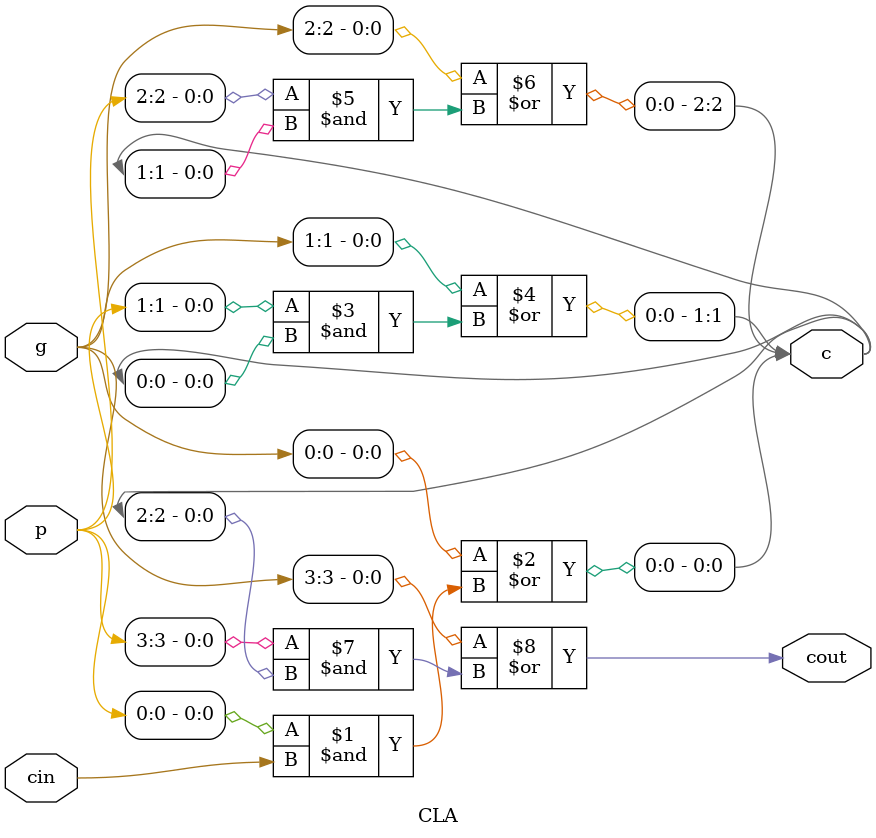
<source format=v>
`timescale 1ns / 1ps


module CLA(
    input cin,
    input [3:0] p,
    input [3:0] g,
    output cout,
    output [2:0] c
    );
    assign c[0] = g[0] | ( p[0] & cin );
    assign c[1] = g[1] | ( p[1] & c[0] );
    assign c[2] = g[2] | ( p[2] & c[1] );
    assign cout = g[3] | ( p[3] & c[2] );
endmodule

</source>
